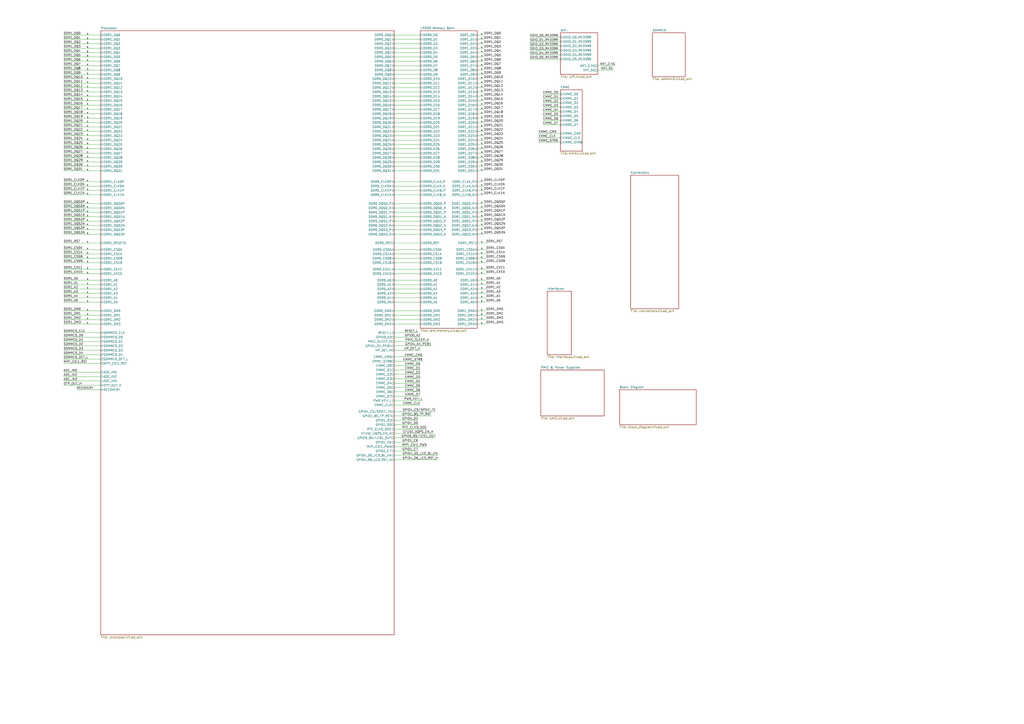
<source format=kicad_sch>
(kicad_sch (version 20230121) (generator eeschema)
  (paper "A2")
  (title_block (title "SOM with RK3399") (date "2023-03-14") (rev "A") (company "FIT") (comment 1 "Eng Emilio Silva") (comment 2 "Master page"))
  (wire (pts (xy 276.86 156.21) (xy 281.94 156.21)))
  (wire (pts (xy 36.83 200.66) (xy 58.42 200.66)))
  (wire (pts (xy 314.96 59.69) (xy 325.12 59.69)))
  (wire (pts (xy 276.86 30.48) (xy 280.67 30.48)))
  (wire (pts (xy 276.86 175.26) (xy 281.94 175.26)))
  (wire (pts (xy 228.6 128.27) (xy 243.84 128.27)))
  (wire (pts (xy 228.6 261.62) (xy 242.57 261.62)))
  (wire (pts (xy 276.86 76.2) (xy 280.67 76.2)))
  (wire (pts (xy 276.86 45.72) (xy 280.67 45.72)))
  (wire (pts (xy 228.6 165.1) (xy 243.84 165.1)))
  (wire (pts (xy 276.86 158.75) (xy 281.94 158.75)))
  (wire (pts (xy 36.83 193.04) (xy 58.42 193.04)))
  (wire (pts (xy 276.86 68.58) (xy 280.67 68.58)))
  (wire (pts (xy 276.86 185.42) (xy 281.94 185.42)))
  (wire (pts (xy 228.6 219.71) (xy 243.84 219.71)))
  (wire (pts (xy 36.83 55.88) (xy 58.42 55.88)))
  (wire (pts (xy 228.6 187.96) (xy 243.84 187.96)))
  (wire (pts (xy 276.86 60.96) (xy 280.67 60.96)))
  (wire (pts (xy 276.86 172.72) (xy 281.94 172.72)))
  (wire (pts (xy 36.83 107.95) (xy 58.42 107.95)))
  (wire (pts (xy 276.86 147.32) (xy 281.94 147.32)))
  (wire (pts (xy 312.42 77.47) (xy 325.12 77.47)))
  (wire (pts (xy 228.6 140.97) (xy 243.84 140.97)))
  (wire (pts (xy 36.83 40.64) (xy 58.42 40.64)))
  (wire (pts (xy 276.86 170.18) (xy 281.94 170.18)))
  (wire (pts (xy 276.86 96.52) (xy 280.67 96.52)))
  (wire (pts (xy 276.86 93.98) (xy 280.67 93.98)))
  (wire (pts (xy 228.6 212.09) (xy 243.84 212.09)))
  (wire (pts (xy 228.6 170.18) (xy 243.84 170.18)))
  (wire (pts (xy 36.83 210.82) (xy 58.42 210.82)))
  (wire (pts (xy 276.86 110.49) (xy 280.67 110.49)))
  (wire (pts (xy 36.83 20.32) (xy 58.42 20.32)))
  (wire (pts (xy 36.83 33.02) (xy 58.42 33.02)))
  (wire (pts (xy 276.86 43.18) (xy 280.67 43.18)))
  (wire (pts (xy 228.6 259.08) (xy 247.65 259.08)))
  (wire (pts (xy 228.6 113.03) (xy 243.84 113.03)))
  (wire (pts (xy 228.6 246.38) (xy 242.57 246.38)))
  (wire (pts (xy 228.6 227.33) (xy 243.84 227.33)))
  (wire (pts (xy 314.96 57.15) (xy 325.12 57.15)))
  (wire (pts (xy 36.83 53.34) (xy 58.42 53.34)))
  (wire (pts (xy 228.6 71.12) (xy 243.84 71.12)))
  (wire (pts (xy 36.83 99.06) (xy 58.42 99.06)))
  (wire (pts (xy 36.83 118.11) (xy 58.42 118.11)))
  (wire (pts (xy 228.6 73.66) (xy 243.84 73.66)))
  (wire (pts (xy 228.6 125.73) (xy 243.84 125.73)))
  (wire (pts (xy 276.86 81.28) (xy 280.67 81.28)))
  (wire (pts (xy 228.6 222.25) (xy 243.84 222.25)))
  (wire (pts (xy 36.83 128.27) (xy 58.42 128.27)))
  (wire (pts (xy 228.6 167.64) (xy 243.84 167.64)))
  (wire (pts (xy 276.86 48.26) (xy 280.67 48.26)))
  (wire (pts (xy 276.86 107.95) (xy 280.67 107.95)))
  (wire (pts (xy 228.6 243.84) (xy 242.57 243.84)))
  (wire (pts (xy 44.45 226.06) (xy 58.42 226.06)))
  (wire (pts (xy 36.83 123.19) (xy 58.42 123.19)))
  (wire (pts (xy 36.83 158.75) (xy 58.42 158.75)))
  (wire (pts (xy 36.83 135.89) (xy 58.42 135.89)))
  (wire (pts (xy 228.6 88.9) (xy 243.84 88.9)))
  (wire (pts (xy 228.6 182.88) (xy 243.84 182.88)))
  (wire (pts (xy 228.6 30.48) (xy 243.84 30.48)))
  (wire (pts (xy 228.6 248.92) (xy 247.65 248.92)))
  (wire (pts (xy 36.83 147.32) (xy 58.42 147.32)))
  (wire (pts (xy 36.83 149.86) (xy 58.42 149.86)))
  (wire (pts (xy 276.86 20.32) (xy 280.67 20.32)))
  (wire (pts (xy 276.86 105.41) (xy 280.67 105.41)))
  (wire (pts (xy 276.86 133.35) (xy 280.67 133.35)))
  (wire (pts (xy 228.6 107.95) (xy 243.84 107.95)))
  (wire (pts (xy 276.86 73.66) (xy 280.67 73.66)))
  (wire (pts (xy 36.83 73.66) (xy 58.42 73.66)))
  (wire (pts (xy 276.86 118.11) (xy 280.67 118.11)))
  (wire (pts (xy 36.83 167.64) (xy 58.42 167.64)))
  (wire (pts (xy 276.86 25.4) (xy 280.67 25.4)))
  (wire (pts (xy 228.6 200.66) (xy 250.19 200.66)))
  (wire (pts (xy 228.6 152.4) (xy 243.84 152.4)))
  (wire (pts (xy 228.6 38.1) (xy 243.84 38.1)))
  (wire (pts (xy 36.83 175.26) (xy 58.42 175.26)))
  (wire (pts (xy 228.6 27.94) (xy 243.84 27.94)))
  (wire (pts (xy 36.83 25.4) (xy 58.42 25.4)))
  (wire (pts (xy 228.6 175.26) (xy 243.84 175.26)))
  (wire (pts (xy 346.71 38.1) (xy 356.87 38.1)))
  (wire (pts (xy 36.83 113.03) (xy 58.42 113.03)))
  (wire (pts (xy 276.86 180.34) (xy 281.94 180.34)))
  (wire (pts (xy 312.42 80.01) (xy 325.12 80.01)))
  (wire (pts (xy 276.86 130.81) (xy 280.67 130.81)))
  (wire (pts (xy 276.86 120.65) (xy 280.67 120.65)))
  (wire (pts (xy 228.6 33.02) (xy 243.84 33.02)))
  (wire (pts (xy 228.6 78.74) (xy 243.84 78.74)))
  (wire (pts (xy 36.83 125.73) (xy 58.42 125.73)))
  (wire (pts (xy 36.83 172.72) (xy 58.42 172.72)))
  (wire (pts (xy 276.86 125.73) (xy 280.67 125.73)))
  (wire (pts (xy 36.83 180.34) (xy 58.42 180.34)))
  (wire (pts (xy 276.86 135.89) (xy 280.67 135.89)))
  (wire (pts (xy 228.6 58.42) (xy 243.84 58.42)))
  (wire (pts (xy 228.6 50.8) (xy 243.84 50.8)))
  (wire (pts (xy 36.83 48.26) (xy 58.42 48.26)))
  (wire (pts (xy 314.96 54.61) (xy 325.12 54.61)))
  (wire (pts (xy 314.96 64.77) (xy 325.12 64.77)))
  (wire (pts (xy 36.83 68.58) (xy 58.42 68.58)))
  (wire (pts (xy 228.6 81.28) (xy 243.84 81.28)))
  (wire (pts (xy 307.34 24.13) (xy 325.12 24.13)))
  (wire (pts (xy 307.34 29.21) (xy 325.12 29.21)))
  (wire (pts (xy 276.86 78.74) (xy 280.67 78.74)))
  (wire (pts (xy 36.83 45.72) (xy 58.42 45.72)))
  (wire (pts (xy 36.83 22.86) (xy 58.42 22.86)))
  (wire (pts (xy 276.86 53.34) (xy 280.67 53.34)))
  (wire (pts (xy 36.83 110.49) (xy 58.42 110.49)))
  (wire (pts (xy 276.86 144.78) (xy 281.94 144.78)))
  (wire (pts (xy 36.83 81.28) (xy 58.42 81.28)))
  (wire (pts (xy 36.83 38.1) (xy 58.42 38.1)))
  (wire (pts (xy 228.6 147.32) (xy 243.84 147.32)))
  (wire (pts (xy 36.83 86.36) (xy 58.42 86.36)))
  (wire (pts (xy 228.6 63.5) (xy 243.84 63.5)))
  (wire (pts (xy 314.96 62.23) (xy 325.12 62.23)))
  (wire (pts (xy 276.86 88.9) (xy 280.67 88.9)))
  (wire (pts (xy 36.83 88.9) (xy 58.42 88.9)))
  (wire (pts (xy 36.83 215.9) (xy 58.42 215.9)))
  (wire (pts (xy 276.86 149.86) (xy 281.94 149.86)))
  (wire (pts (xy 36.83 185.42) (xy 58.42 185.42)))
  (wire (pts (xy 276.86 58.42) (xy 280.67 58.42)))
  (wire (pts (xy 228.6 224.79) (xy 243.84 224.79)))
  (wire (pts (xy 228.6 195.58) (xy 243.84 195.58)))
  (wire (pts (xy 228.6 207.01) (xy 245.11 207.01)))
  (wire (pts (xy 36.83 182.88) (xy 58.42 182.88)))
  (wire (pts (xy 228.6 48.26) (xy 243.84 48.26)))
  (wire (pts (xy 228.6 264.16) (xy 254 264.16)))
  (wire (pts (xy 36.83 218.44) (xy 58.42 218.44)))
  (wire (pts (xy 36.83 162.56) (xy 58.42 162.56)))
  (wire (pts (xy 228.6 91.44) (xy 243.84 91.44)))
  (wire (pts (xy 276.86 63.5) (xy 280.67 63.5)))
  (wire (pts (xy 36.83 91.44) (xy 58.42 91.44)))
  (wire (pts (xy 36.83 93.98) (xy 58.42 93.98)))
  (wire (pts (xy 228.6 120.65) (xy 243.84 120.65)))
  (wire (pts (xy 228.6 180.34) (xy 243.84 180.34)))
  (wire (pts (xy 228.6 35.56) (xy 243.84 35.56)))
  (wire (pts (xy 228.6 135.89) (xy 243.84 135.89)))
  (wire (pts (xy 307.34 26.67) (xy 325.12 26.67)))
  (wire (pts (xy 228.6 238.76) (xy 252.73 238.76)))
  (wire (pts (xy 276.86 35.56) (xy 280.67 35.56)))
  (wire (pts (xy 36.83 152.4) (xy 58.42 152.4)))
  (wire (pts (xy 276.86 33.02) (xy 280.67 33.02)))
  (wire (pts (xy 36.83 144.78) (xy 58.42 144.78)))
  (wire (pts (xy 36.83 120.65) (xy 58.42 120.65)))
  (wire (pts (xy 228.6 53.34) (xy 243.84 53.34)))
  (wire (pts (xy 36.83 76.2) (xy 58.42 76.2)))
  (wire (pts (xy 228.6 93.98) (xy 243.84 93.98)))
  (wire (pts (xy 228.6 86.36) (xy 243.84 86.36)))
  (wire (pts (xy 228.6 158.75) (xy 243.84 158.75)))
  (wire (pts (xy 228.6 105.41) (xy 243.84 105.41)))
  (wire (pts (xy 276.86 152.4) (xy 281.94 152.4)))
  (wire (pts (xy 228.6 203.2) (xy 243.84 203.2)))
  (wire (pts (xy 36.83 130.81) (xy 58.42 130.81)))
  (wire (pts (xy 36.83 96.52) (xy 58.42 96.52)))
  (wire (pts (xy 228.6 256.54) (xy 242.57 256.54)))
  (wire (pts (xy 228.6 144.78) (xy 243.84 144.78)))
  (wire (pts (xy 228.6 229.87) (xy 243.84 229.87)))
  (wire (pts (xy 228.6 20.32) (xy 243.84 20.32)))
  (wire (pts (xy 228.6 76.2) (xy 243.84 76.2)))
  (wire (pts (xy 276.86 140.97) (xy 281.94 140.97)))
  (wire (pts (xy 228.6 25.4) (xy 243.84 25.4)))
  (wire (pts (xy 36.83 83.82) (xy 58.42 83.82)))
  (wire (pts (xy 307.34 21.59) (xy 325.12 21.59)))
  (wire (pts (xy 228.6 40.64) (xy 243.84 40.64)))
  (wire (pts (xy 314.96 69.85) (xy 325.12 69.85)))
  (wire (pts (xy 36.83 105.41) (xy 58.42 105.41)))
  (wire (pts (xy 228.6 99.06) (xy 243.84 99.06)))
  (wire (pts (xy 276.86 22.86) (xy 280.67 22.86)))
  (wire (pts (xy 36.83 58.42) (xy 58.42 58.42)))
  (wire (pts (xy 276.86 113.03) (xy 280.67 113.03)))
  (wire (pts (xy 36.83 208.28) (xy 58.42 208.28)))
  (wire (pts (xy 346.71 40.64) (xy 355.6 40.64)))
  (wire (pts (xy 36.83 140.97) (xy 58.42 140.97)))
  (wire (pts (xy 276.86 83.82) (xy 280.67 83.82)))
  (wire (pts (xy 307.34 31.75) (xy 325.12 31.75)))
  (wire (pts (xy 276.86 162.56) (xy 281.94 162.56)))
  (wire (pts (xy 228.6 55.88) (xy 243.84 55.88)))
  (wire (pts (xy 228.6 22.86) (xy 243.84 22.86)))
  (wire (pts (xy 276.86 38.1) (xy 280.67 38.1)))
  (wire (pts (xy 228.6 149.86) (xy 243.84 149.86)))
  (wire (pts (xy 36.83 205.74) (xy 58.42 205.74)))
  (wire (pts (xy 228.6 251.46) (xy 251.46 251.46)))
  (wire (pts (xy 36.83 27.94) (xy 58.42 27.94)))
  (wire (pts (xy 36.83 187.96) (xy 58.42 187.96)))
  (wire (pts (xy 276.86 99.06) (xy 280.67 99.06)))
  (wire (pts (xy 228.6 266.7) (xy 254 266.7)))
  (wire (pts (xy 36.83 170.18) (xy 58.42 170.18)))
  (wire (pts (xy 36.83 66.04) (xy 58.42 66.04)))
  (wire (pts (xy 36.83 156.21) (xy 58.42 156.21)))
  (wire (pts (xy 228.6 96.52) (xy 243.84 96.52)))
  (wire (pts (xy 36.83 198.12) (xy 58.42 198.12)))
  (wire (pts (xy 228.6 156.21) (xy 243.84 156.21)))
  (wire (pts (xy 228.6 234.95) (xy 243.84 234.95)))
  (wire (pts (xy 228.6 162.56) (xy 243.84 162.56)))
  (wire (pts (xy 314.96 72.39) (xy 325.12 72.39)))
  (wire (pts (xy 276.86 182.88) (xy 281.94 182.88)))
  (wire (pts (xy 276.86 55.88) (xy 280.67 55.88)))
  (wire (pts (xy 36.83 43.18) (xy 58.42 43.18)))
  (wire (pts (xy 307.34 34.29) (xy 325.12 34.29)))
  (wire (pts (xy 36.83 78.74) (xy 58.42 78.74)))
  (wire (pts (xy 276.86 66.04) (xy 280.67 66.04)))
  (wire (pts (xy 228.6 172.72) (xy 243.84 172.72)))
  (wire (pts (xy 276.86 71.12) (xy 280.67 71.12)))
  (wire (pts (xy 228.6 60.96) (xy 243.84 60.96)))
  (wire (pts (xy 36.83 71.12) (xy 58.42 71.12)))
  (wire (pts (xy 276.86 86.36) (xy 280.67 86.36)))
  (wire (pts (xy 228.6 110.49) (xy 243.84 110.49)))
  (wire (pts (xy 276.86 40.64) (xy 280.67 40.64)))
  (wire (pts (xy 36.83 195.58) (xy 58.42 195.58)))
  (wire (pts (xy 228.6 241.3) (xy 250.19 241.3)))
  (wire (pts (xy 228.6 209.55) (xy 245.11 209.55)))
  (wire (pts (xy 228.6 43.18) (xy 243.84 43.18)))
  (wire (pts (xy 36.83 133.35) (xy 58.42 133.35)))
  (wire (pts (xy 228.6 217.17) (xy 243.84 217.17)))
  (wire (pts (xy 228.6 68.58) (xy 243.84 68.58)))
  (wire (pts (xy 276.86 187.96) (xy 281.94 187.96)))
  (wire (pts (xy 312.42 82.55) (xy 325.12 82.55)))
  (wire (pts (xy 276.86 91.44) (xy 280.67 91.44)))
  (wire (pts (xy 228.6 123.19) (xy 243.84 123.19)))
  (wire (pts (xy 36.83 50.8) (xy 58.42 50.8)))
  (wire (pts (xy 36.83 220.98) (xy 58.42 220.98)))
  (wire (pts (xy 276.86 165.1) (xy 281.94 165.1)))
  (wire (pts (xy 276.86 27.94) (xy 280.67 27.94)))
  (wire (pts (xy 228.6 130.81) (xy 243.84 130.81)))
  (wire (pts (xy 228.6 254) (xy 252.73 254)))
  (wire (pts (xy 228.6 133.35) (xy 243.84 133.35)))
  (wire (pts (xy 228.6 83.82) (xy 243.84 83.82)))
  (wire (pts (xy 36.83 60.96) (xy 58.42 60.96)))
  (wire (pts (xy 228.6 214.63) (xy 243.84 214.63)))
  (wire (pts (xy 228.6 193.04) (xy 242.57 193.04)))
  (wire (pts (xy 36.83 165.1) (xy 58.42 165.1)))
  (wire (pts (xy 36.83 63.5) (xy 58.42 63.5)))
  (wire (pts (xy 228.6 45.72) (xy 243.84 45.72)))
  (wire (pts (xy 276.86 123.19) (xy 280.67 123.19)))
  (wire (pts (xy 314.96 67.31) (xy 325.12 67.31)))
  (wire (pts (xy 228.6 232.41) (xy 245.11 232.41)))
  (wire (pts (xy 36.83 35.56) (xy 58.42 35.56)))
  (wire (pts (xy 276.86 167.64) (xy 281.94 167.64)))
  (wire (pts (xy 276.86 128.27) (xy 280.67 128.27)))
  (wire (pts (xy 36.83 30.48) (xy 58.42 30.48)))
  (wire (pts (xy 36.83 203.2) (xy 58.42 203.2)))
  (wire (pts (xy 228.6 198.12) (xy 248.92 198.12)))
  (wire (pts (xy 228.6 66.04) (xy 243.84 66.04)))
  (wire (pts (xy 228.6 185.42) (xy 243.84 185.42)))
  (wire (pts (xy 228.6 118.11) (xy 243.84 118.11)))
  (wire (pts (xy 276.86 50.8) (xy 280.67 50.8)))
  (wire (pts (xy 36.83 223.52) (xy 58.42 223.52)))
  (label "DDR1_CKE0" (at 281.94 158.75 0))
  (label "DDR1_DM2" (at 281.94 185.42 0))
  (label "EMMC_D5" (at 243.84 224.79 180))
  (label "EMMC_CLK" (at 312.42 80.01 0))
  (label "DDR1_CS0B" (at 281.94 149.86 0))
  (label "DDR1_DQ6" (at 280.67 35.56 0))
  (label "DDR1_DQ8" (at 280.67 40.64 0))
  (label "DDR1_A5" (at 36.83 175.26 0))
  (label "DDR1_DQS2P" (at 280.67 128.27 0))
  (label "PWR_KEY_L" (at 245.11 232.41 180))
  (label "DDR1_CS0B" (at 281.94 152.4 0))
  (label "DDR1_CS1A" (at 281.94 147.32 0))
  (label "DDR1_DQ12" (at 36.83 50.8 0))
  (label "SDIO_D1_RK3399" (at 307.34 24.13 0))
  (label "DDR1_DQ12" (at 280.67 50.8 0))
  (label "DDR1_DQ16" (at 280.67 60.96 0))
  (label "DDR1_DQ15" (at 36.83 58.42 0))
  (label "DDR1_A0" (at 281.94 162.56 0))
  (label "ADC_IN3" (at 36.83 220.98 0))
  (label "DDR1_DQ7" (at 280.67 38.1 0))
  (label "DDR1_DQS0P" (at 36.83 118.11 0))
  (label "HP_DET_H" (at 243.84 203.2 180))
  (label "DDR1_DM3" (at 36.83 187.96 0))
  (label "EMMC_D6" (at 314.96 69.85 0))
  (label "DDR1_A1" (at 281.94 165.1 0))
  (label "DDR1_DQ31" (at 280.67 99.06 0))
  (label "DDR1_DQS2P" (at 36.83 128.27 0))
  (label "DDR1_DM1" (at 281.94 182.88 0))
  (label "DDR1_DQ8" (at 36.83 40.64 0))
  (label "MIPI_CSI1_PWN" (at 247.65 259.08 180))
  (label "GPIO4_D6_LCD_RST_H" (at 254 266.7 180))
  (label "DDR1_DQ20" (at 36.83 71.12 0))
  (label "EMMC_CMD" (at 245.11 207.01 180))
  (label "DDR1_DQ17" (at 36.83 63.5 0))
  (label "DDR1_CS0B" (at 36.83 149.86 0))
  (label "DDR1_DQS1N" (at 280.67 125.73 0))
  (label "DDR1_CLK1N" (at 280.67 113.03 0))
  (label "SDIO_D4_RK3399" (at 307.34 31.75 0))
  (label "GPIO4_D2" (at 242.57 243.84 180))
  (label "EMMC_D2" (at 314.96 59.69 0))
  (label "DDR1_CLK0N" (at 36.83 107.95 0))
  (label "DDR1_DQ25" (at 280.67 83.82 0))
  (label "GPIO1_B5_TP_RST" (at 250.19 241.3 180))
  (label "DDR1_DQ28" (at 36.83 91.44 0))
  (label "GPIO4_C5{slash}SPDIF_TX" (at 252.73 238.76 180))
  (label "EMMC_STRB" (at 312.42 82.55 0))
  (label "DDR1_A1" (at 36.83 165.1 0))
  (label "DDR1_DQ13" (at 36.83 53.34 0))
  (label "GPIO1_D0" (at 242.57 246.38 180))
  (label "ANT_2.4G" (at 356.87 38.1 180))
  (label "DDR1_CLK0P" (at 36.83 105.41 0))
  (label "RECOVERY" (at 44.45 226.06 0))
  (label "EMMC_D4" (at 243.84 222.25 180))
  (label "DDR1_CS0A" (at 36.83 144.78 0))
  (label "EMMC_D1" (at 243.84 214.63 180))
  (label "DDR1_DQ24" (at 36.83 81.28 0))
  (label "DDR1_DQ19" (at 280.67 68.58 0))
  (label "DDR1_DQ31" (at 36.83 99.06 0))
  (label "DDR1_DQ22" (at 36.83 76.2 0))
  (label "EFUSE_VQPS_EN_H" (at 251.46 251.46 180))
  (label "DDR1_DQ4" (at 280.67 30.48 0))
  (label "DDR1_DQ14" (at 36.83 55.88 0))
  (label "SDIO_D0_RK3399" (at 307.34 21.59 0))
  (label "DDR1_CS0B" (at 36.83 152.4 0))
  (label "SDMMC0_DET_L" (at 36.83 208.28 0))
  (label "GPIO0_A2" (at 243.84 195.58 180))
  (label "DDR1_DQ18" (at 36.83 66.04 0))
  (label "DDR1_DM0" (at 281.94 180.34 0))
  (label "DDR1_DQ29" (at 36.83 93.98 0))
  (label "GPIO0_B5{slash}LED1_OUT" (at 252.73 254 180))
  (label "DDR1_DM0" (at 36.83 180.34 0))
  (label "DDR1_DQ22" (at 280.67 76.2 0))
  (label "DDR1_DQ21" (at 280.67 73.66 0))
  (label "EMMC_D0" (at 243.84 212.09 180))
  (label "DDR1_DQS3P" (at 36.83 133.35 0))
  (label "EMMC_D2" (at 243.84 217.17 180))
  (label "DDR1_DQ4" (at 36.83 30.48 0))
  (label "DDR1_DQS3N" (at 36.83 135.89 0))
  (label "EMMC_D7" (at 314.96 72.39 0))
  (label "SDMMC0_CLK" (at 36.83 193.04 0))
  (label "DDR1_CKE1" (at 281.94 156.21 0))
  (label "DDR1_DQS0P" (at 280.67 118.11 0))
  (label "DDR1_RST" (at 36.83 140.97 0))
  (label "EMMC_CLK" (at 243.84 234.95 180))
  (label "OTP_OUT_H" (at 36.83 223.52 0))
  (label "EMMC_D3" (at 243.84 219.71 180))
  (label "DDR1_DQ17" (at 280.67 63.5 0))
  (label "SDMMC0_D4" (at 36.83 205.74 0))
  (label "DDR1_DQS1N" (at 36.83 125.73 0))
  (label "DDR1_DM2" (at 36.83 185.42 0))
  (label "DDR1_DQ26" (at 280.67 86.36 0))
  (label "DDR1_DQ0" (at 280.67 20.32 0))
  (label "DDR1_DQ3" (at 36.83 27.94 0))
  (label "DDR1_DQ3" (at 280.67 27.94 0))
  (label "DDR1_DQ6" (at 36.83 35.56 0))
  (label "DDR1_DQ29" (at 280.67 93.98 0))
  (label "DDR1_DQ15" (at 280.67 58.42 0))
  (label "DDR1_DQS1P" (at 36.83 123.19 0))
  (label "EMMC_D1" (at 314.96 57.15 0))
  (label "DDR1_DQ25" (at 36.83 83.82 0))
  (label "EMMC_D7" (at 243.84 229.87 180))
  (label "EMMC_STRB" (at 245.11 209.55 180))
  (label "SDMMC0_D0" (at 36.83 195.58 0))
  (label "DDR1_DQS1P" (at 280.67 123.19 0))
  (label "DDR1_DQ16" (at 36.83 60.96 0))
  (label "DDR1_A3" (at 36.83 170.18 0))
  (label "ANT_5G" (at 355.6 40.64 180))
  (label "ADC_IN2" (at 36.83 218.44 0))
  (label "DDR1_CLK1P" (at 36.83 110.49 0))
  (label "SDMMC0_D1" (at 36.83 198.12 0))
  (label "DDR1_DQS0N" (at 36.83 120.65 0))
  (label "DDR1_CS1A" (at 36.83 147.32 0))
  (label "GPIO1_C6" (at 242.57 256.54 180))
  (label "DDR1_DQ2" (at 280.67 25.4 0))
  (label "EMMC_D0" (at 314.96 54.61 0))
  (label "DDR1_DQ5" (at 36.83 33.02 0))
  (label "DDR1_DQS2N" (at 36.83 130.81 0))
  (label "DDR1_DQ30" (at 36.83 96.52 0))
  (label "SDMMC0_D2" (at 36.83 200.66 0))
  (label "DDR1_A4" (at 281.94 172.72 0))
  (label "DDR1_A3" (at 281.94 170.18 0))
  (label "SDIO_D5_RK3399" (at 307.34 34.29 0))
  (label "DDR1_DQ24" (at 280.67 81.28 0))
  (label "SDMMC0_D3" (at 36.83 203.2 0))
  (label "DDR1_DQ23" (at 36.83 78.74 0))
  (label "EMMC_D6" (at 243.84 227.33 180))
  (label "DDR1_DQ14" (at 280.67 55.88 0))
  (label "DDR1_DQ1" (at 280.67 22.86 0))
  (label "DDR1_CLK0P" (at 280.67 105.41 0))
  (label "GPIO1_C7" (at 242.57 261.62 180))
  (label "EMMC_CMD" (at 312.42 77.47 0))
  (label "DDR1_DQ5" (at 280.67 33.02 0))
  (label "DDR1_DQ28" (at 280.67 91.44 0))
  (label "RTC_CLKO_SOC" (at 247.65 248.92 180))
  (label "ADC_IN0" (at 36.83 215.9 0))
  (label "DDR1_DQ20" (at 280.67 71.12 0))
  (label "DDR1_A0" (at 36.83 162.56 0))
  (label "DDR1_CLK0N" (at 280.67 107.95 0))
  (label "DDR1_CS0A" (at 281.94 144.78 0))
  (label "DDR1_RST" (at 281.94 140.97 0))
  (label "DDR1_DQS0N" (at 280.67 120.65 0))
  (label "DDR1_DQ10" (at 36.83 45.72 0))
  (label "DDR1_CKE0" (at 36.83 158.75 0))
  (label "DDR1_DQ0" (at 36.83 20.32 0))
  (label "GPIO4_D5_LCD_BL_EN" (at 254 264.16 180))
  (label "DDR1_DQ11" (at 36.83 48.26 0))
  (label "DDR1_CLK1P" (at 280.67 110.49 0))
  (label "RESET_L" (at 242.57 193.04 180))
  (label "DDR1_DQ27" (at 36.83 88.9 0))
  (label "DDR1_DQ27" (at 280.67 88.9 0))
  (label "DDR1_DQ2" (at 36.83 25.4 0))
  (label "DDR1_DQ30" (at 280.67 96.52 0))
  (label "DDR1_DQS2N" (at 280.67 130.81 0))
  (label "DDR1_DM3" (at 281.94 187.96 0))
  (label "DDR1_DQS3N" (at 280.67 135.89 0))
  (label "EMMC_D4" (at 314.96 64.77 0))
  (label "MIPI_CSI1_RST" (at 36.83 210.82 0))
  (label "EMMC_D5" (at 314.96 67.31 0))
  (label "DDR1_A2" (at 281.94 167.64 0))
  (label "DDR1_DQ1" (at 36.83 22.86 0))
  (label "DDR1_DQ13" (at 280.67 53.34 0))
  (label "DDR1_A4" (at 36.83 172.72 0))
  (label "DDR1_DQ26" (at 36.83 86.36 0))
  (label "DDR1_DQ23" (at 280.67 78.74 0))
  (label "DDR1_DQ7" (at 36.83 38.1 0))
  (label "DDR1_DQ19" (at 36.83 68.58 0))
  (label "SDIO_D2_RK3399" (at 307.34 26.67 0))
  (label "DDR1_CKE1" (at 36.83 156.21 0))
  (label "EMMC_D3" (at 314.96 62.23 0))
  (label "PMIC_SLEEP_H" (at 248.92 198.12 180))
  (label "DDR1_CLK1N" (at 36.83 113.03 0))
  (label "DDR1_DQ21" (at 36.83 73.66 0))
  (label "SDIO_D3_RK3399" (at 307.34 29.21 0))
  (label "DDR1_A2" (at 36.83 167.64 0))
  (label "DDR1_DM1" (at 36.83 182.88 0))
  (label "DDR1_DQ10" (at 280.67 45.72 0))
  (label "DDR1_DQ18" (at 280.67 66.04 0))
  (label "GPIO4_D1_PCB1" (at 250.19 200.66 180))
  (label "DDR1_DQ9" (at 36.83 43.18 0))
  (label "DDR1_DQS3P" (at 280.67 133.35 0))
  (label "DDR1_A5" (at 281.94 175.26 0))
  (label "DDR1_DQ11" (at 280.67 48.26 0))
  (label "DDR1_DQ9" (at 280.67 43.18 0))
  (netclass_flag "" (length 0.7) (shape dot) (at 279.4 81.28 0) (property "Netclass" "lpdd_data_50Ω" (effects hide)))
  (netclass_flag "" (length 0.7) (shape dot) (at 279.4 48.26 0) (property "Netclass" "lpdd_data_50Ω" (effects hide)))
  (netclass_flag "" (length 0.7) (shape dot) (at 279.4 73.66 0) (property "Netclass" "lpdd_data_50Ω" (effects hide)))
  (netclass_flag "" (length 0.7) (shape dot) (at 279.4 133.35 0) (property "Netclass" "lpdd_dqs_100Ω" (effects hide)))
  (netclass_flag "" (length 0.7) (shape dot) (at 50.8 35.56 0))
  (netclass_flag "" (length 0.7) (shape dot) (at 50.8 133.35 0) (property "Netclass" "lpdd_dqs_100Ω" (effects hide)))
  (netclass_flag "" (length 0.7) (shape dot) (at 279.4 105.41 0) (property "Netclass" "lpdd_clk_100Ω" (effects hide)))
  (netclass_flag "" (length 0.7) (shape dot) (at 279.4 182.88 0) (property "Netclass" "lpdd_dm_50Ω" (effects hide)))
  (netclass_flag "" (length 0.7) (shape dot) (at 279.4 33.02 0) (property "Netclass" "lpdd_data_50Ω" (effects hide)))
  (netclass_flag "" (length 0.7) (shape dot) (at 50.8 170.18 0) (property "Netclass" "lpdd_ca_50Ω" (effects hide)))
  (netclass_flag "" (length 0.7) (shape dot) (at 50.8 130.81 0) (property "Netclass" "lpdd_dqs_100Ω" (effects hide)))
  (netclass_flag "" (length 0.7) (shape dot) (at 50.8 88.9 0))
  (netclass_flag "" (length 0.7) (shape dot) (at 50.8 175.26 0) (property "Netclass" "lpdd_ca_50Ω" (effects hide)))
  (netclass_flag "" (length 0.7) (shape dot) (at 279.4 149.86 0) (property "Netclass" "lpdd_cs_50Ω" (effects hide)))
  (netclass_flag "" (length 0.7) (shape dot) (at 50.8 40.64 0))
  (netclass_flag "" (length 0.7) (shape dot) (at 279.4 128.27 0) (property "Netclass" "lpdd_dqs_100Ω" (effects hide)))
  (netclass_flag "" (length 0.7) (shape dot) (at 50.8 165.1 0) (property "Netclass" "lpdd_ca_50Ω" (effects hide)))
  (netclass_flag "" (length 0.7) (shape dot) (at 279.4 40.64 0) (property "Netclass" "lpdd_data_50Ω" (effects hide)))
  (netclass_flag "" (length 0.7) (shape dot) (at 50.8 125.73 0) (property "Netclass" "lpdd_dqs_100Ω" (effects hide)))
  (netclass_flag "" (length 0.7) (shape dot) (at 50.8 156.21 0) (property "Netclass" "lpdd_clk_100Ω" (effects hide)))
  (netclass_flag "" (length 0.7) (shape dot) (at 279.4 130.81 0) (property "Netclass" "lpdd_dqs_100Ω" (effects hide)))
  (netclass_flag "" (length 0.7) (shape dot) (at 50.8 152.4 0) (property "Netclass" "lpdd_cs_50Ω" (effects hide)))
  (netclass_flag "" (length 0.7) (shape dot) (at 50.8 38.1 0))
  (netclass_flag "" (length 0.7) (shape dot) (at 50.8 48.26 0))
  (netclass_flag "" (length 0.7) (shape dot) (at 50.8 22.86 0))
  (netclass_flag "" (length 0.7) (shape dot) (at 50.8 30.48 0))
  (netclass_flag "" (length 0.7) (shape dot) (at 50.8 60.96 0))
  (netclass_flag "" (length 0.7) (shape dot) (at 50.8 25.4 0))
  (netclass_flag "" (length 0.7) (shape dot) (at 50.8 25.4 0))
  (netclass_flag "" (length 0.7) (shape dot) (at 50.8 22.86 0))
  (netclass_flag "" (length 0.7) (shape dot) (at 279.4 140.97 0) (property "Netclass" "lpdd_rst" (effects hide)))
  (netclass_flag "" (length 0.7) (shape dot) (at 50.8 162.56 0) (property "Netclass" "lpdd_ca_50Ω" (effects hide)))
  (netclass_flag "" (length 0.7) (shape dot) (at 279.4 76.2 0) (property "Netclass" "lpdd_data_50Ω" (effects hide)))
  (netclass_flag "" (length 0.7) (shape dot) (at 50.8 27.94 0))
  (netclass_flag "" (length 0.7) (shape dot) (at 279.4 135.89 0) (property "Netclass" "lpdd_dqs_100Ω" (effects hide)))
  (netclass_flag "" (length 0.7) (shape dot) (at 279.4 91.44 0) (property "Netclass" "lpdd_data_50Ω" (effects hide)))
  (netclass_flag "" (length 0.7) (shape dot) (at 50.8 93.98 0))
  (netclass_flag "" (length 0.7) (shape dot) (at 50.8 33.02 0))
  (netclass_flag "" (length 0.7) (shape dot) (at 279.4 35.56 0) (property "Netclass" "lpdd_data_50Ω" (effects hide)))
  (netclass_flag "" (length 0.7) (shape dot) (at 279.4 125.73 0) (property "Netclass" "lpdd_dqs_100Ω" (effects hide)))
  (netclass_flag "" (length 0.7) (shape dot) (at 279.4 152.4 0) (property "Netclass" "lpdd_cs_50Ω" (effects hide)))
  (netclass_flag "" (length 0.7) (shape dot) (at 279.4 99.06 0) (property "Netclass" "lpdd_data_50Ω" (effects hide)))
  (netclass_flag "" (length 0.7) (shape dot) (at 279.4 68.58 0) (property "Netclass" "lpdd_data_50Ω" (effects hide)))
  (netclass_flag "" (length 0.7) (shape dot) (at 50.8 78.74 0))
  (netclass_flag "" (length 0.7) (shape dot) (at 50.8 96.52 0))
  (netclass_flag "" (length 0.7) (shape dot) (at 50.8 123.19 0) (property "Netclass" "lpdd_dqs_100Ω" (effects hide)))
  (netclass_flag "" (length 0.7) (shape dot) (at 50.8 91.44 0))
  (netclass_flag "" (length 0.7) (shape dot) (at 279.4 156.21 0) (property "Netclass" "lpdd_clk_100Ω" (effects hide)))
  (netclass_flag "" (length 0.7) (shape dot) (at 279.4 20.32 0) (property "Netclass" "lpdd_data_50Ω" (effects hide)))
  (netclass_flag "" (length 0.7) (shape dot) (at 50.8 113.03 0) (property "Netclass" "lpdd_clk_100Ω" (effects hide)))
  (netclass_flag "" (length 0.7) (shape dot) (at 279.4 88.9 0) (property "Netclass" "lpdd_data_50Ω" (effects hide)))
  (netclass_flag "" (length 0.7) (shape dot) (at 279.4 93.98 0) (property "Netclass" "lpdd_data_50Ω" (effects hide)))
  (netclass_flag "" (length 0.7) (shape dot) (at 50.8 73.66 0))
  (netclass_flag "" (length 0.7) (shape dot) (at 50.8 185.42 0) (property "Netclass" "lpdd_dm_50Ω" (effects hide)))
  (netclass_flag "" (length 0.7) (shape dot) (at 50.8 105.41 0) (property "Netclass" "lpdd_clk_100Ω" (effects hide)))
  (netclass_flag "" (length 0.7) (shape dot) (at 50.8 107.95 0) (property "Netclass" "lpdd_clk_100Ω" (effects hide)))
  (netclass_flag "" (length 0.7) (shape dot) (at 279.4 118.11 0) (property "Netclass" "lpdd_dqs_100Ω" (effects hide)))
  (netclass_flag "" (length 0.7) (shape dot) (at 279.4 45.72 0) (property "Netclass" "lpdd_data_50Ω" (effects hide)))
  (netclass_flag "" (length 0.7) (shape dot) (at 279.4 123.19 0) (property "Netclass" "lpdd_dqs_100Ω" (effects hide)))
  (netclass_flag "" (length 0.7) (shape dot) (at 279.4 66.04 0) (property "Netclass" "lpdd_data_50Ω" (effects hide)))
  (netclass_flag "" (length 0.7) (shape dot) (at 279.4 86.36 0) (property "Netclass" "lpdd_data_50Ω" (effects hide)))
  (netclass_flag "" (length 0.7) (shape dot) (at 50.8 144.78 0) (property "Netclass" "lpdd_cs_50Ω" (effects hide)))
  (netclass_flag "" (length 0.7) (shape dot) (at 50.8 50.8 0))
  (netclass_flag "" (length 0.7) (shape dot) (at 50.8 99.06 0))
  (netclass_flag "" (length 0.7) (shape dot) (at 50.8 58.42 0))
  (netclass_flag "" (length 0.7) (shape dot) (at 279.4 120.65 0) (property "Netclass" "lpdd_dqs_100Ω" (effects hide)))
  (netclass_flag "" (length 0.7) (shape dot) (at 279.4 43.18 0) (property "Netclass" "lpdd_data_50Ω" (effects hide)))
  (netclass_flag "" (length 0.7) (shape dot) (at 50.8 27.94 0))
  (netclass_flag "" (length 0.7) (shape dot) (at 279.4 175.26 0) (property "Netclass" "lpdd_ca_50Ω" (effects hide)))
  (netclass_flag "" (length 0.7) (shape dot) (at 50.8 45.72 0))
  (netclass_flag "" (length 0.7) (shape dot) (at 279.4 144.78 0) (property "Netclass" "lpdd_cs_50Ω" (effects hide)))
  (netclass_flag "" (length 0.7) (shape dot) (at 279.4 147.32 0) (property "Netclass" "lpdd_cs_50Ω" (effects hide)))
  (netclass_flag "" (length 0.7) (shape dot) (at 279.4 55.88 0) (property "Netclass" "lpdd_data_50Ω" (effects hide)))
  (netclass_flag "" (length 0.7) (shape dot) (at 50.8 66.04 0))
  (netclass_flag "" (length 0.7) (shape dot) (at 279.4 58.42 0) (property "Netclass" "lpdd_data_50Ω" (effects hide)))
  (netclass_flag "" (length 0.7) (shape dot) (at 279.4 30.48 0) (property "Netclass" "lpdd_data_50Ω" (effects hide)))
  (netclass_flag "" (length 0.7) (shape dot) (at 279.4 113.03 0) (property "Netclass" "lpdd_clk_100Ω" (effects hide)))
  (netclass_flag "" (length 0.7) (shape dot) (at 50.8 140.97 0) (property "Netclass" "lpdd_rst" (effects hide)))
  (netclass_flag "" (length 0.7) (shape dot) (at 279.4 38.1 0) (property "Netclass" "lpdd_data_50Ω" (effects hide)))
  (netclass_flag "" (length 0.7) (shape dot) (at 50.8 118.11 0) (property "Netclass" "lpdd_dqs_100Ω" (effects hide)))
  (netclass_flag "" (length 0.7) (shape dot) (at 50.8 33.02 0))
  (netclass_flag "" (length 0.7) (shape dot) (at 50.8 182.88 0) (property "Netclass" "lpdd_dm_50Ω" (effects hide)))
  (netclass_flag "" (length 0.7) (shape dot) (at 50.8 43.18 0))
  (netclass_flag "" (length 0.7) (shape dot) (at 50.8 167.64 0) (property "Netclass" "lpdd_ca_50Ω" (effects hide)))
  (netclass_flag "" (length 0.7) (shape dot) (at 279.4 165.1 0) (property "Netclass" "lpdd_ca_50Ω" (effects hide)))
  (netclass_flag "" (length 0.7) (shape dot) (at 50.8 149.86 0) (property "Netclass" "lpdd_cs_50Ω" (effects hide)))
  (netclass_flag "" (length 0.7) (shape dot) (at 279.4 96.52 0) (property "Netclass" "lpdd_data_50Ω" (effects hide)))
  (netclass_flag "" (length 0.7) (shape dot) (at 50.8 71.12 0))
  (netclass_flag "" (length 0.7) (shape dot) (at 50.8 81.28 0))
  (netclass_flag "" (length 0.7) (shape dot) (at 279.4 60.96 0) (property "Netclass" "lpdd_data_50Ω" (effects hide)))
  (netclass_flag "" (length 0.7) (shape dot) (at 279.4 78.74 0) (property "Netclass" "lpdd_data_50Ω" (effects hide)))
  (netclass_flag "" (length 0.7) (shape dot) (at 279.4 172.72 0) (property "Netclass" "lpdd_ca_50Ω" (effects hide)))
  (netclass_flag "" (length 0.7) (shape dot) (at 279.4 50.8 0) (property "Netclass" "lpdd_data_50Ω" (effects hide)))
  (netclass_flag "" (length 0.7) (shape dot) (at 279.4 83.82 0) (property "Netclass" "lpdd_data_50Ω" (effects hide)))
  (netclass_flag "" (length 0.7) (shape dot) (at 279.4 110.49 0) (property "Netclass" "lpdd_clk_100Ω" (effects hide)))
  (netclass_flag "" (length 0.7) (shape dot) (at 50.8 83.82 0))
  (netclass_flag "" (length 0.7) (shape dot) (at 279.4 25.4 0) (property "Netclass" "lpdd_data_50Ω" (effects hide)))
  (netclass_flag "" (length 0.7) (shape dot) (at 50.8 68.58 0))
  (netclass_flag "" (length 0.7) (shape dot) (at 50.8 187.96 0) (property "Netclass" "lpdd_dm_50Ω" (effects hide)))
  (netclass_flag "" (length 0.7) (shape dot) (at 50.8 53.34 0))
  (netclass_flag "" (length 0.7) (shape dot) (at 279.4 167.64 0) (property "Netclass" "lpdd_ca_50Ω" (effects hide)))
  (netclass_flag "" (length 0.7) (shape dot) (at 50.8 55.88 0))
  (netclass_flag "" (length 0.7) (shape dot) (at 50.8 86.36 0))
  (netclass_flag "" (length 0.7) (shape dot) (at 279.4 27.94 0) (property "Netclass" "lpdd_data_50Ω" (effects hide)))
  (netclass_flag "" (length 0.7) (shape dot) (at 50.8 30.48 0))
  (netclass_flag "" (length 0.7) (shape dot) (at 279.4 53.34 0) (property "Netclass" "lpdd_data_50Ω" (effects hide)))
  (netclass_flag "" (length 0.7) (shape dot) (at 50.8 76.2 0))
  (netclass_flag "" (length 0.7) (shape dot) (at 50.8 180.34 0) (property "Netclass" "lpdd_dm_50Ω" (effects hide)))
  (netclass_flag "" (length 0.7) (shape dot) (at 50.8 158.75 0) (property "Netclass" "lpdd_clk_100Ω" (effects hide)))
  (netclass_flag "" (length 0.7) (shape dot) (at 279.4 187.96 0) (property "Netclass" "lpdd_dm_50Ω" (effects hide)))
  (netclass_flag "" (length 0.7) (shape dot) (at 279.4 162.56 0) (property "Netclass" "lpdd_ca_50Ω" (effects hide)))
  (netclass_flag "" (length 0.7) (shape dot) (at 279.4 158.75 0) (property "Netclass" "lpdd_clk_100Ω" (effects hide)))
  (netclass_flag "" (length 0.7) (shape dot) (at 279.4 185.42 0) (property "Netclass" "lpdd_dm_50Ω" (effects hide)))
  (netclass_flag "" (length 0.7) (shape dot) (at 279.4 22.86 0) (property "Netclass" "lpdd_data_50Ω" (effects hide)))
  (netclass_flag "" (length 0.7) (shape dot) (at 279.4 63.5 0) (property "Netclass" "lpdd_data_50Ω" (effects hide)))
  (netclass_flag "" (length 0.7) (shape dot) (at 50.8 63.5 0))
  (netclass_flag "" (length 0.7) (shape dot) (at 279.4 180.34 0) (property "Netclass" "lpdd_dm_50Ω" (effects hide)))
  (netclass_flag "" (length 0.7) (shape dot) (at 50.8 135.89 0) (property "Netclass" "lpdd_dqs_100Ω" (effects hide)))
  (netclass_flag "" (length 0.7) (shape dot) (at 50.8 128.27 0) (property "Netclass" "lpdd_dqs_100Ω" (effects hide)))
  (netclass_flag "" (length 0.7) (shape dot) (at 279.4 170.18 0) (property "Netclass" "lpdd_ca_50Ω" (effects hide)))
  (netclass_flag "" (length 0.7) (shape dot) (at 50.8 120.65 0) (property "Netclass" "lpdd_dqs_100Ω" (effects hide)))
  (netclass_flag "" (length 0.7) (shape dot) (at 50.8 172.72 0) (property "Netclass" "lpdd_ca_50Ω" (effects hide)))
  (netclass_flag "" (length 0.7) (shape dot) (at 279.4 71.12 0) (property "Netclass" "lpdd_data_50Ω" (effects hide)))
  (netclass_flag "" (length 0.7) (shape dot) (at 50.8 147.32 0) (property "Netclass" "lpdd_cs_50Ω" (effects hide)))
  (netclass_flag "" (length 0.7) (shape dot) (at 279.4 107.95 0) (property "Netclass" "lpdd_clk_100Ω" (effects hide)))
  (netclass_flag "" (length 0.7) (shape dot) (at 50.8 20.32 0))
  (netclass_flag "" (length 0.7) (shape dot) (at 50.8 110.49 0) (property "Netclass" "lpdd_clk_100Ω" (effects hide)))
  (sheet (at 317.5 168.91) (size 13.97 36.83) (stroke (width 0.1524))
    (property "Sheetname" "Interfaces" (at 317.5 168.1984 0) (effects (justify left bottom)))
    (property "Sheetfile" "interfaces.kicad_sch" (at 317.5 206.3246 0) (effects (justify left top)))
  )
  (sheet (at 313.69 214.63) (size 36.83 26.67) (stroke (width 0.1524))
    (property "Sheetname" "PMIC & Power Supplies" (at 313.69 213.9184 0) (effects (justify left bottom)))
    (property "Sheetfile" "pmic.kicad_sch" (at 313.69 241.8846 0) (effects (justify left top)))
  )
  (sheet (at 58.42 17.78) (size 170.18 350.52) (stroke (width 0.1524))
    (property "Sheetname" "Processor" (at 58.42 17.0684 0) (effects (justify left bottom)))
    (property "Sheetfile" "processor.kicad_sch" (at 58.42 368.8846 0) (effects (justify left top)))
    (pin "DDR0_DQS3_N" bidirectional (at 228.6 135.89 0))
    (pin "DDR0_DQS3_P" bidirectional (at 228.6 133.35 0))
    (pin "DDR0_CKE0" bidirectional (at 228.6 158.75 0))
    (pin "DDR0_CKE1" bidirectional (at 228.6 156.21 0))
    (pin "DDR0_CS0A" bidirectional (at 228.6 144.78 0))
    (pin "DDR0_A4" bidirectional (at 228.6 172.72 0))
    (pin "DDR0_A5" bidirectional (at 228.6 175.26 0))
    (pin "DDR0_RST" output (at 228.6 140.97 0))
    (pin "DDR0_CS1B" bidirectional (at 228.6 152.4 0))
    (pin "DDR0_A2" bidirectional (at 228.6 167.64 0))
    (pin "DDR0_CS0B" bidirectional (at 228.6 149.86 0))
    (pin "DDR0_CS1A" bidirectional (at 228.6 147.32 0))
    (pin "DDR0_A1" bidirectional (at 228.6 165.1 0))
    (pin "DDR0_A0" bidirectional (at 228.6 162.56 0))
    (pin "DDR0_A3" bidirectional (at 228.6 170.18 0))
    (pin "DDR0_DM2" bidirectional (at 228.6 185.42 0))
    (pin "DDR0_DM3" bidirectional (at 228.6 187.96 0))
    (pin "DDR0_DM0" bidirectional (at 228.6 180.34 0))
    (pin "DDR0_DM1" bidirectional (at 228.6 182.88 0))
    (pin "DDR0_DQS1_N" bidirectional (at 228.6 125.73 0))
    (pin "DDR0_DQS1_P" bidirectional (at 228.6 123.19 0))
    (pin "DDR0_DQS0_N" bidirectional (at 228.6 120.65 0))
    (pin "DDR0_DQS2_N" bidirectional (at 228.6 130.81 0))
    (pin "DDR0_DQS2_P" bidirectional (at 228.6 128.27 0))
    (pin "DDR0_DQS0_P" bidirectional (at 228.6 118.11 0))
    (pin "DDR1_DQ1" bidirectional (at 58.42 22.86 180))
    (pin "DDR1_DQ4" bidirectional (at 58.42 30.48 180))
    (pin "DDR1_DQ2" bidirectional (at 58.42 25.4 180))
    (pin "DDR1_DQ3" bidirectional (at 58.42 27.94 180))
    (pin "DDR1_DQ0" bidirectional (at 58.42 20.32 180))
    (pin "DDR1_A4" bidirectional (at 58.42 172.72 180))
    (pin "DDR1_A5" bidirectional (at 58.42 175.26 180))
    (pin "DDR1_CLK1P" bidirectional (at 58.42 110.49 180))
    (pin "DDR1_CLK0P" bidirectional (at 58.42 105.41 180))
    (pin "DDR1_RESETN" bidirectional (at 58.42 140.97 180))
    (pin "DDR1_CKE0" bidirectional (at 58.42 158.75 180))
    (pin "DDR1_CKE1" bidirectional (at 58.42 156.21 180))
    (pin "DDR1_CLK0N" bidirectional (at 58.42 107.95 180))
    (pin "DDR1_CLK1N" bidirectional (at 58.42 113.03 180))
    (pin "DDR1_DQS2P" bidirectional (at 58.42 128.27 180))
    (pin "DDR1_DQS3N" bidirectional (at 58.42 135.89 180))
    (pin "DDR1_DQS3P" bidirectional (at 58.42 133.35 180))
    (pin "DDR1_DQS2N" bidirectional (at 58.42 130.81 180))
    (pin "DDR1_DQS0P" bidirectional (at 58.42 118.11 180))
    (pin "DDR1_DQS1P" bidirectional (at 58.42 123.19 180))
    (pin "DDR1_DQS0N" bidirectional (at 58.42 120.65 180))
    (pin "DDR1_DQS1N" bidirectional (at 58.42 125.73 180))
    (pin "DDR1_DQ10" bidirectional (at 58.42 45.72 180))
    (pin "DDR1_DQ15" bidirectional (at 58.42 58.42 180))
    (pin "DDR1_DQ14" bidirectional (at 58.42 55.88 180))
    (pin "DDR1_DQ17" bidirectional (at 58.42 63.5 180))
    (pin "DDR1_DQ16" bidirectional (at 58.42 60.96 180))
    (pin "DDR1_DQ13" bidirectional (at 58.42 53.34 180))
    (pin "DDR1_DQ18" bidirectional (at 58.42 66.04 180))
    (pin "DDR1_DQ20" bidirectional (at 58.42 71.12 180))
    (pin "DDR1_DQ21" bidirectional (at 58.42 73.66 180))
    (pin "DDR1_DQ19" bidirectional (at 58.42 68.58 180))
    (pin "DDR1_DQ28" bidirectional (at 58.42 91.44 180))
    (pin "DDR1_DQ30" bidirectional (at 58.42 96.52 180))
    (pin "DDR1_DQ29" bidirectional (at 58.42 93.98 180))
    (pin "DDR1_DQ27" bidirectional (at 58.42 88.9 180))
    (pin "DDR1_DQ26" bidirectional (at 58.42 86.36 180))
    (pin "DDR1_DQ31" bidirectional (at 58.42 99.06 180))
    (pin "DDR1_DQ6" bidirectional (at 58.42 35.56 180))
    (pin "DDR1_DQ5" bidirectional (at 58.42 33.02 180))
    (pin "DDR1_DQ7" bidirectional (at 58.42 38.1 180))
    (pin "DDR1_DQ8" bidirectional (at 58.42 40.64 180))
    (pin "DDR1_DQ23" bidirectional (at 58.42 78.74 180))
    (pin "DDR1_DQ24" bidirectional (at 58.42 81.28 180))
    (pin "DDR1_DQ22" bidirectional (at 58.42 76.2 180))
    (pin "DDR1_DQ25" bidirectional (at 58.42 83.82 180))
    (pin "DDR1_DQ9" bidirectional (at 58.42 43.18 180))
    (pin "DDR1_DQ11" bidirectional (at 58.42 48.26 180))
    (pin "DDR1_DQ12" bidirectional (at 58.42 50.8 180))
    (pin "DDR1_A1" bidirectional (at 58.42 165.1 180))
    (pin "DDR1_DM0" bidirectional (at 58.42 180.34 180))
    (pin "DDR1_DM1" bidirectional (at 58.42 182.88 180))
    (pin "DDR1_DM2" bidirectional (at 58.42 185.42 180))
    (pin "DDR1_DM3" bidirectional (at 58.42 187.96 180))
    (pin "DDR1_A3" bidirectional (at 58.42 170.18 180))
    (pin "DDR1_A0" bidirectional (at 58.42 162.56 180))
    (pin "DDR1_A2" bidirectional (at 58.42 167.64 180))
    (pin "DDR0_CLK0P" bidirectional (at 228.6 105.41 0))
    (pin "DDR0_CLK0N" bidirectional (at 228.6 107.95 0))
    (pin "DDR0_CLK1P" bidirectional (at 228.6 110.49 0))
    (pin "DDR0_CLK1N" bidirectional (at 228.6 113.03 0))
    (pin "DDR0_DQ10" bidirectional (at 228.6 45.72 0))
    (pin "DDR0_DQ11" bidirectional (at 228.6 48.26 0))
    (pin "DDR0_DQ12" bidirectional (at 228.6 50.8 0))
    (pin "DDR0_DQ13" bidirectional (at 228.6 53.34 0))
    (pin "DDR0_DQ14" bidirectional (at 228.6 55.88 0))
    (pin "DDR0_DQ15" bidirectional (at 228.6 58.42 0))
    (pin "DDR0_DQ16" bidirectional (at 228.6 60.96 0))
    (pin "DDR0_DQ17" bidirectional (at 228.6 63.5 0))
    (pin "DDR0_DQ18" bidirectional (at 228.6 66.04 0))
    (pin "DDR0_DQ19" bidirectional (at 228.6 68.58 0))
    (pin "DDR0_DQ20" bidirectional (at 228.6 71.12 0))
    (pin "DDR0_DQ21" bidirectional (at 228.6 73.66 0))
    (pin "DDR0_DQ22" bidirectional (at 228.6 76.2 0))
    (pin "DDR0_DQ23" bidirectional (at 228.6 78.74 0))
    (pin "DDR0_DQ24" bidirectional (at 228.6 81.28 0))
    (pin "DDR0_DQ28" bidirectional (at 228.6 91.44 0))
    (pin "DDR0_DQ29" bidirectional (at 228.6 93.98 0))
    (pin "DDR0_DQ30" bidirectional (at 228.6 96.52 0))
    (pin "DDR0_DQ31" bidirectional (at 228.6 99.06 0))
    (pin "DDR0_DQ25" bidirectional (at 228.6 83.82 0))
    (pin "DDR0_DQ26" bidirectional (at 228.6 86.36 0))
    (pin "DDR0_DQ27" bidirectional (at 228.6 88.9 0))
    (pin "DDR0_DQ5" bidirectional (at 228.6 33.02 0))
    (pin "DDR0_DQ6" bidirectional (at 228.6 35.56 0))
    (pin "DDR0_DQ7" bidirectional (at 228.6 38.1 0))
    (pin "DDR0_DQ8" bidirectional (at 228.6 40.64 0))
    (pin "DDR0_DQ9" bidirectional (at 228.6 43.18 0))
    (pin "DDR0_DQ0" bidirectional (at 228.6 20.32 0))
    (pin "DDR0_DQ1" bidirectional (at 228.6 22.86 0))
    (pin "DDR0_DQ2" bidirectional (at 228.6 25.4 0))
    (pin "DDR0_DQ3" bidirectional (at 228.6 27.94 0))
    (pin "DDR0_DQ4" bidirectional (at 228.6 30.48 0))
    (pin "DDR1_CS0A" bidirectional (at 58.42 144.78 180))
    (pin "DDR1_CS1A" bidirectional (at 58.42 147.32 180))
    (pin "DDR1_CS0B" bidirectional (at 58.42 149.86 180))
    (pin "DDR1_CS1B" bidirectional (at 58.42 152.4 180))
    (pin "SDMMC0_CLK" bidirectional (at 58.42 193.04 180))
    (pin "SDMMC0_D0" bidirectional (at 58.42 195.58 180))
    (pin "SDMMC0_D1" bidirectional (at 58.42 198.12 180))
    (pin "SDMMC0_D2" bidirectional (at 58.42 200.66 180))
    (pin "SDMMC0_D3" bidirectional (at 58.42 203.2 180))
    (pin "SDMMC0_D4" bidirectional (at 58.42 205.74 180))
    (pin "SDMMC0_DET_L" output (at 58.42 208.28 180))
    (pin "MIPI_CSI1_RST" output (at 58.42 210.82 180))
    (pin "RESET_L" input (at 228.6 193.04 0))
    (pin "GPIO0_A2" output (at 228.6 195.58 0))
    (pin "PMIC_SLEEP_H" output (at 228.6 198.12 0))
    (pin "GPIO4_D1_PCB1" output (at 228.6 200.66 0))
    (pin "HP_DET_H" output (at 228.6 203.2 0))
    (pin "EMMC_CMD" output (at 228.6 207.01 0))
    (pin "EMMC_STRB" output (at 228.6 209.55 0))
    (pin "EMMC_D0" output (at 228.6 212.09 0))
    (pin "EMMC_D1" output (at 228.6 214.63 0))
    (pin "EMMC_D2" output (at 228.6 217.17 0))
    (pin "EMMC_D3" output (at 228.6 219.71 0))
    (pin "EMMC_D4" output (at 228.6 222.25 0))
    (pin "EMMC_D5" output (at 228.6 224.79 0))
    (pin "EMMC_D6" output (at 228.6 227.33 0))
    (pin "EMMC_D7" output (at 228.6 229.87 0))
    (pin "PWR_KEY_L" input (at 228.6 232.41 0))
    (pin "GPIO4_C5{slash}SPDIF_TX" output (at 228.6 238.76 0))
    (pin "GPIO1_B5_TP_RST" output (at 228.6 241.3 0))
    (pin "GPIO4_D2" output (at 228.6 243.84 0))
    (pin "GPIO1_D0" output (at 228.6 246.38 0))
    (pin "RTC_CLKO_SOC" input (at 228.6 248.92 0))
    (pin "EFUSE_VQPS_EN_H" output (at 228.6 251.46 0))
    (pin "GPIO0_B5{slash}LED1_OUT" output (at 228.6 254 0))
    (pin "GPIO1_C6" input (at 228.6 256.54 0))
    (pin "MIPI_CSI1_PWN" output (at 228.6 259.08 0))
    (pin "GPIO1_C7" input (at 228.6 261.62 0))
    (pin "GPIO4_D5_LCD_BL_EN" input (at 228.6 264.16 0))
    (pin "GPIO4_D6_LCD_RST_H" output (at 228.6 266.7 0))
    (pin "EMMC_CLK" output (at 228.6 234.95 0))
    (pin "ADC_IN0" input (at 58.42 215.9 180))
    (pin "ADC_IN2" input (at 58.42 218.44 180))
    (pin "ADC_IN3" input (at 58.42 220.98 180))
    (pin "OTP_OUT_H" bidirectional (at 58.42 223.52 180))
    (pin "RECOVERY" bidirectional (at 58.42 226.06 180))
  )
  (sheet (at 243.84 17.78) (size 33.02 172.72) (stroke (width 0.1524))
    (property "Sheetname" "LPDDR Memory Bank" (at 243.84 17.0684 0) (effects (justify left bottom)))
    (property "Sheetfile" "ram_memory.kicad_sch" (at 243.84 191.0846 0) (effects (justify left top)))
    (pin "DDR0_D0" bidirectional (at 243.84 20.32 180))
    (pin "DDR0_D16" bidirectional (at 243.84 60.96 180))
    (pin "DDR0_D2" bidirectional (at 243.84 25.4 180))
    (pin "DDR0_D1" bidirectional (at 243.84 22.86 180))
    (pin "DDR0_D3" bidirectional (at 243.84 27.94 180))
    (pin "DDR0_D5" bidirectional (at 243.84 33.02 180))
    (pin "DDR0_D4" bidirectional (at 243.84 30.48 180))
    (pin "DDR0_D6" bidirectional (at 243.84 35.56 180))
    (pin "DDR0_D7" bidirectional (at 243.84 38.1 180))
    (pin "DDR0_DQS0_N" bidirectional (at 243.84 120.65 180))
    (pin "DDR0_DQS0_P" bidirectional (at 243.84 118.11 180))
    (pin "DDR0_D9" bidirectional (at 243.84 43.18 180))
    (pin "DDR0_D12" bidirectional (at 243.84 50.8 180))
    (pin "DDR0_D11" bidirectional (at 243.84 48.26 180))
    (pin "DDR0_D15" bidirectional (at 243.84 58.42 180))
    (pin "DDR0_D30" bidirectional (at 243.84 96.52 180))
    (pin "DDR0_D29" bidirectional (at 243.84 93.98 180))
    (pin "DDR0_D24" bidirectional (at 243.84 81.28 180))
    (pin "DDR0_D14" bidirectional (at 243.84 55.88 180))
    (pin "DDR0_D13" bidirectional (at 243.84 53.34 180))
    (pin "DDR0_D10" bidirectional (at 243.84 45.72 180))
    (pin "DDR0_D8" bidirectional (at 243.84 40.64 180))
    (pin "DDR0_DM0" bidirectional (at 243.84 180.34 180))
    (pin "DDR0_D18" bidirectional (at 243.84 66.04 180))
    (pin "DDR0_D17" bidirectional (at 243.84 63.5 180))
    (pin "DDR0_D19" bidirectional (at 243.84 68.58 180))
    (pin "DDR0_D21" bidirectional (at 243.84 73.66 180))
    (pin "DDR0_D20" bidirectional (at 243.84 71.12 180))
    (pin "DDR0_D26" bidirectional (at 243.84 86.36 180))
    (pin "DDR0_D27" bidirectional (at 243.84 88.9 180))
    (pin "DDR0_D28" bidirectional (at 243.84 91.44 180))
    (pin "DDR0_D25" bidirectional (at 243.84 83.82 180))
    (pin "DDR0_D23" bidirectional (at 243.84 78.74 180))
    (pin "DDR0_D22" bidirectional (at 243.84 76.2 180))
    (pin "DDR0_DQS2_P" bidirectional (at 243.84 128.27 180))
    (pin "DDR0_DQS2_N" bidirectional (at 243.84 130.81 180))
    (pin "DDR0_DM2" bidirectional (at 243.84 185.42 180))
    (pin "DDR0_A5" bidirectional (at 243.84 175.26 180))
    (pin "DDR0_CLKA_N" bidirectional (at 243.84 107.95 180))
    (pin "DDR0_A4" bidirectional (at 243.84 172.72 180))
    (pin "DDR0_CLKA_P" bidirectional (at 243.84 105.41 180))
    (pin "DDR0_A3" bidirectional (at 243.84 170.18 180))
    (pin "DDR0_CKE1" bidirectional (at 243.84 156.21 180))
    (pin "DDR0_CKE0" bidirectional (at 243.84 158.75 180))
    (pin "DDR0_CS0A" bidirectional (at 243.84 144.78 180))
    (pin "DDR0_CS1A" bidirectional (at 243.84 147.32 180))
    (pin "DDR0_DQS1_P" bidirectional (at 243.84 123.19 180))
    (pin "DDR0_DQS1_N" bidirectional (at 243.84 125.73 180))
    (pin "DDR0_A2" bidirectional (at 243.84 167.64 180))
    (pin "DDR0_A1" bidirectional (at 243.84 165.1 180))
    (pin "DDR0_DM1" bidirectional (at 243.84 182.88 180))
    (pin "DDR0_A0" bidirectional (at 243.84 162.56 180))
    (pin "DDR0_D31" bidirectional (at 243.84 99.06 180))
    (pin "DDR0_DQS3_P" bidirectional (at 243.84 133.35 180))
    (pin "DDR0_DQS3_N" bidirectional (at 243.84 135.89 180))
    (pin "DDR0_DM3" bidirectional (at 243.84 187.96 180))
    (pin "DDR0_CLKB_P" bidirectional (at 243.84 110.49 180))
    (pin "DDR0_CLKB_N" bidirectional (at 243.84 113.03 180))
    (pin "DDR0_CS0B" bidirectional (at 243.84 149.86 180))
    (pin "DDR0_CS1B" bidirectional (at 243.84 152.4 180))
    (pin "DDR0_RST" input (at 243.84 140.97 180))
    (pin "DDR1_CLKB_P" bidirectional (at 276.86 110.49 0))
    (pin "DDR1_CLKB_N" bidirectional (at 276.86 113.03 0))
    (pin "DDR1_CKE0" bidirectional (at 276.86 158.75 0))
    (pin "DDR1_CS0B" bidirectional (at 276.86 149.86 0))
    (pin "DDR1_A5" bidirectional (at 276.86 175.26 0))
    (pin "DDR1_CLKA_P" bidirectional (at 276.86 105.41 0))
    (pin "DDR1_A4" bidirectional (at 276.86 172.72 0))
    (pin "DDR1_RST" input (at 276.86 140.97 0))
    (pin "DDR1_D15" bidirectional (at 276.86 58.42 0))
    (pin "DDR1_DQS1_P" bidirectional (at 276.86 123.19 0))
    (pin "DDR1_DQS1_N" bidirectional (at 276.86 125.73 0))
    (pin "DDR1_DM1" bidirectional (at 276.86 182.88 0))
    (pin "DDR1_A0" bidirectional (at 276.86 162.56 0))
    (pin "DDR1_A1" bidirectional (at 276.86 165.1 0))
    (pin "DDR1_A2" bidirectional (at 276.86 167.64 0))
    (pin "DDR1_A3" bidirectional (at 276.86 170.18 0))
    (pin "DDR1_CLKA_N" bidirectional (at 276.86 107.95 0))
    (pin "DDR1_CKE1" bidirectional (at 276.86 156.21 0))
    (pin "DDR1_CS0A" bidirectional (at 276.86 144.78 0))
    (pin "DDR1_CS1A" bidirectional (at 276.86 147.32 0))
    (pin "DDR1_D2" bidirectional (at 276.86 25.4 0))
    (pin "DDR1_D0" bidirectional (at 276.86 20.32 0))
    (pin "DDR1_D3" bidirectional (at 276.86 27.94 0))
    (pin "DDR1_D1" bidirectional (at 276.86 22.86 0))
    (pin "DDR1_D6" bidirectional (at 276.86 35.56 0))
    (pin "DDR1_D4" bidirectional (at 276.86 30.48 0))
    (pin "DDR1_D5" bidirectional (at 276.86 33.02 0))
    (pin "DDR1_D7" bidirectional (at 276.86 38.1 0))
    (pin "DDR1_DM0" bidirectional (at 276.86 180.34 0))
    (pin "DDR1_D8" bidirectional (at 276.86 40.64 0))
    (pin "DDR1_D9" bidirectional (at 276.86 43.18 0))
    (pin "DDR1_D10" bidirectional (at 276.86 45.72 0))
    (pin "DDR1_D11" bidirectional (at 276.86 48.26 0))
    (pin "DDR1_D12" bidirectional (at 276.86 50.8 0))
    (pin "DDR1_D13" bidirectional (at 276.86 53.34 0))
    (pin "DDR1_D14" bidirectional (at 276.86 55.88 0))
    (pin "DDR1_D19" bidirectional (at 276.86 68.58 0))
    (pin "DDR1_D20" bidirectional (at 276.86 71.12 0))
    (pin "DDR1_D18" bidirectional (at 276.86 66.04 0))
    (pin "DDR1_D16" bidirectional (at 276.86 60.96 0))
    (pin "DDR1_D17" bidirectional (at 276.86 63.5 0))
    (pin "DDR1_D21" bidirectional (at 276.86 73.66 0))
    (pin "DDR1_D22" bidirectional (at 276.86 76.2 0))
    (pin "DDR1_D23" bidirectional (at 276.86 78.74 0))
    (pin "DDR1_DQS2_P" bidirectional (at 276.86 128.27 0))
    (pin "DDR1_DQS2_N" bidirectional (at 276.86 130.81 0))
    (pin "DDR1_DM2" bidirectional (at 276.86 185.42 0))
    (pin "DDR1_D24" bidirectional (at 276.86 81.28 0))
    (pin "DDR1_D25" bidirectional (at 276.86 83.82 0))
    (pin "DDR1_D26" bidirectional (at 276.86 86.36 0))
    (pin "DDR1_D27" bidirectional (at 276.86 88.9 0))
    (pin "DDR1_D28" bidirectional (at 276.86 91.44 0))
    (pin "DDR1_D29" bidirectional (at 276.86 93.98 0))
    (pin "DDR1_D30" bidirectional (at 276.86 96.52 0))
    (pin "DDR1_D31" bidirectional (at 276.86 99.06 0))
    (pin "DDR1_DQS3_P" bidirectional (at 276.86 133.35 0))
    (pin "DDR1_DQS3_N" bidirectional (at 276.86 135.89 0))
    (pin "DDR1_DM3" bidirectional (at 276.86 187.96 0))
    (pin "DDR1_CS1B" bidirectional (at 276.86 152.4 0))
    (pin "DDR1_DQS0_P" bidirectional (at 276.86 118.11 0))
    (pin "DDR1_DQS0_N" bidirectional (at 276.86 120.65 0))
  )
  (sheet (at 378.46 19.05) (size 19.05 25.4) (stroke (width 0.1524))
    (property "Sheetname" "SDMMC0" (at 378.46 18.3384 0) (effects (justify left bottom)))
    (property "Sheetfile" "sdmmc0.kicad_sch" (at 378.46 45.0346 0) (effects (justify left top)))
  )
  (sheet (at 359.41 226.06) (size 44.45 20.32) (stroke (width 0.1524))
    (property "Sheetname" "Block Diagram" (at 359.41 225.3484 0) (effects (justify left bottom)))
    (property "Sheetfile" "block_diagram.kicad_sch" (at 359.41 246.9646 0) (effects (justify left top)))
  )
  (sheet (at 365.76 101.6) (size 27.94 77.47) (stroke (width 0.1524))
    (property "Sheetname" "Connectors" (at 365.76 100.8884 0) (effects (justify left bottom)))
    (property "Sheetfile" "connectors.kicad_sch" (at 365.76 179.6546 0) (effects (justify left top)))
  )
  (sheet (at 325.12 19.05) (size 21.59 24.13) (stroke (width 0.1524))
    (property "Sheetname" "WIFI" (at 325.12 18.3384 0) (effects (justify left bottom)))
    (property "Sheetfile" "wifi.kicad_sch" (at 325.12 43.7646 0) (effects (justify left top)))
    (pin "SDIO_D4_RK3399" bidirectional (at 325.12 31.75 180))
    (pin "SDIO_D1_RK3399" bidirectional (at 325.12 24.13 180))
    (pin "SDIO_D3_RK3399" bidirectional (at 325.12 29.21 180))
    (pin "SDIO_D2_RK3399" bidirectional (at 325.12 26.67 180))
    (pin "SDIO_D0_RK3399" bidirectional (at 325.12 21.59 180))
    (pin "SDIO_D5_RK3399" bidirectional (at 325.12 34.29 180))
    (pin "ANT_2.4G" passive (at 346.71 38.1 0))
    (pin "ANT_5G" passive (at 346.71 40.64 0))
  )
  (sheet (at 325.12 52.07) (size 12.7 35.56) (stroke (width 0.1524))
    (property "Sheetname" "EMMC" (at 325.12 51.3584 0) (effects (justify left bottom)))
    (property "Sheetfile" "emmc.kicad_sch" (at 325.12 88.2146 0) (effects (justify left top)))
    (pin "EMMC_D0" bidirectional (at 325.12 54.61 180))
    (pin "EMMC_D2" bidirectional (at 325.12 59.69 180))
    (pin "EMMC_D1" bidirectional (at 325.12 57.15 180))
    (pin "EMMC_D4" bidirectional (at 325.12 64.77 180))
    (pin "EMMC_D3" bidirectional (at 325.12 62.23 180))
    (pin "EMMC_D6" bidirectional (at 325.12 69.85 180))
    (pin "EMMC_D5" bidirectional (at 325.12 67.31 180))
    (pin "EMMC_D7" bidirectional (at 325.12 72.39 180))
    (pin "EMMC_CMD" input (at 325.12 77.47 180))
    (pin "EMMC_CLK" input (at 325.12 80.01 180))
    (pin "EMMC_STRB" input (at 325.12 82.55 180))
  )
)
</source>
